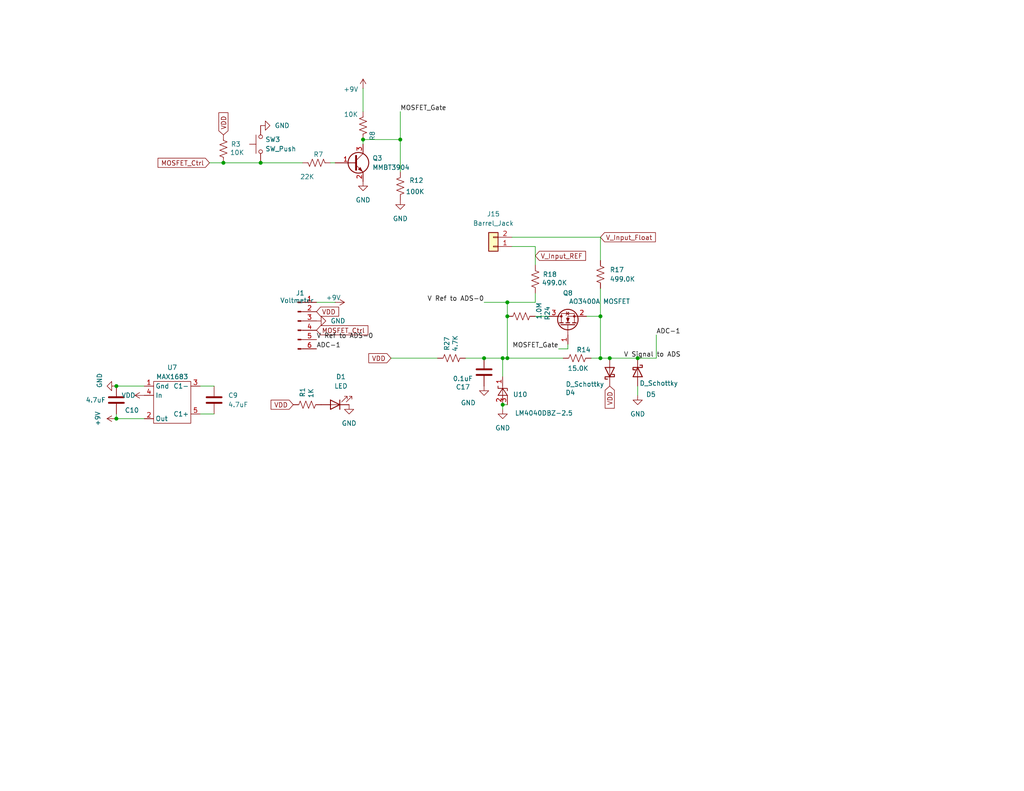
<source format=kicad_sch>
(kicad_sch (version 20250114) (generator "eeschema") (generator_version "9.0")
  (paper "USLetter")
  (title_block (title "Arduino Uno DMM Shield") (date "2025-02-22") (rev "1A") (company "Nick Mann"))
  (lib_symbols
    (symbol "Connector:Conn_01x06_Pin" (pin_names (offset 1.016) (hide yes))
      (property "Reference" "J" (at 0 7.62 0))
      (property "Value" "Conn_01x06_Pin" (at 0 -10.16 0))
      (symbol "Conn_01x06_Pin_1_1"
        (rectangle (start 0.8636 5.207) (end 0 4.953) (stroke (width 0.1524)) (fill (type outline)))
        (rectangle (start 0.8636 2.667) (end 0 2.413) (stroke (width 0.1524)) (fill (type outline)))
        (rectangle (start 0.8636 0.127) (end 0 -0.127) (stroke (width 0.1524)) (fill (type outline)))
        (rectangle (start 0.8636 -2.413) (end 0 -2.667) (stroke (width 0.1524)) (fill (type outline)))
        (rectangle (start 0.8636 -4.953) (end 0 -5.207) (stroke (width 0.1524)) (fill (type outline)))
        (rectangle (start 0.8636 -7.493) (end 0 -7.747) (stroke (width 0.1524)) (fill (type outline)))
        (polyline (pts (xy 1.27 5.08) (xy 0.8636 5.08)) (stroke (width 0.1524)))
        (polyline (pts (xy 1.27 2.54) (xy 0.8636 2.54)) (stroke (width 0.1524)))
        (polyline (pts (xy 1.27 0) (xy 0.8636 0)) (stroke (width 0.1524)))
        (polyline (pts (xy 1.27 -2.54) (xy 0.8636 -2.54)) (stroke (width 0.1524)))
        (polyline (pts (xy 1.27 -5.08) (xy 0.8636 -5.08)) (stroke (width 0.1524)))
        (polyline (pts (xy 1.27 -7.62) (xy 0.8636 -7.62)) (stroke (width 0.1524)))
        (pin passive line (at 5.08 5.08 180) (length 3.81) (name "Pin_1") (number "1"))
        (pin passive line (at 5.08 2.54 180) (length 3.81) (name "Pin_2") (number "2"))
        (pin passive line (at 5.08 0 180) (length 3.81) (name "Pin_3") (number "3"))
        (pin passive line (at 5.08 -2.54 180) (length 3.81) (name "Pin_4") (number "4"))
        (pin passive line (at 5.08 -5.08 180) (length 3.81) (name "Pin_5") (number "5"))
        (pin passive line (at 5.08 -7.62 180) (length 3.81) (name "Pin_6") (number "6"))
      )
    )
    (symbol "Connector_Generic:Conn_01x02" (pin_names (offset 1.016) (hide yes))
      (property "Reference" "J" (at 0 2.54 0))
      (property "Value" "Conn_01x02" (at 0 -5.08 0))
      (symbol "Conn_01x02_1_1"
        (rectangle (start -1.27 1.27) (end 1.27 -3.81) (stroke (width 0.254)) (fill (type background)))
        (rectangle (start -1.27 0.127) (end 0 -0.127) (stroke (width 0.1524)))
        (rectangle (start -1.27 -2.413) (end 0 -2.667) (stroke (width 0.1524)))
        (pin passive line (at -5.08 0 0) (length 3.81) (name "Pin_1") (number "1"))
        (pin passive line (at -5.08 -2.54 0) (length 3.81) (name "Pin_2") (number "2"))
      )
    )
    (symbol "Device:C" (pin_numbers (hide yes)) (pin_names (offset 0.254))
      (property "Reference" "C" (at 0.635 2.54 0))
      (property "Value" "C" (at 0.635 -2.54 0))
      (symbol "C_0_1"
        (polyline (pts (xy -2.032 0.762) (xy 2.032 0.762)) (stroke (width 0.508)))
        (polyline (pts (xy -2.032 -0.762) (xy 2.032 -0.762)) (stroke (width 0.508)))
      )
      (symbol "C_1_1"
        (pin passive line (at 0 3.81 270) (length 2.794) (name "~") (number "1"))
        (pin passive line (at 0 -3.81 90) (length 2.794) (name "~") (number "2"))
      )
    )
    (symbol "Device:D_Schottky" (pin_numbers (hide yes)) (pin_names (offset 1.016) (hide yes))
      (property "Reference" "D" (at 0 2.54 0))
      (property "Value" "D_Schottky" (at 0 -2.54 0))
      (symbol "D_Schottky_0_1"
        (polyline (pts (xy -1.905 0.635) (xy -1.905 1.27) (xy -1.27 1.27) (xy -1.27 -1.27) (xy -0.635 -1.27) (xy -0.635 -0.635)) (stroke (width 0.254)))
        (polyline (pts (xy 1.27 1.27) (xy 1.27 -1.27) (xy -1.27 0) (xy 1.27 1.27)) (stroke (width 0.254)))
        (polyline (pts (xy 1.27 0) (xy -1.27 0)))
      )
      (symbol "D_Schottky_1_1"
        (pin passive line (at -3.81 0 0) (length 2.54) (name "K") (number "1"))
        (pin passive line (at 3.81 0 180) (length 2.54) (name "A") (number "2"))
      )
    )
    (symbol "Device:LED" (pin_numbers (hide yes)) (pin_names (offset 1.016) (hide yes))
      (property "Reference" "D" (at 0 2.54 0))
      (property "Value" "LED" (at 0 -2.54 0))
      (symbol "LED_0_1"
        (polyline (pts (xy -3.048 -0.762) (xy -4.572 -2.286) (xy -3.81 -2.286) (xy -4.572 -2.286) (xy -4.572 -1.524)))
        (polyline (pts (xy -1.778 -0.762) (xy -3.302 -2.286) (xy -2.54 -2.286) (xy -3.302 -2.286) (xy -3.302 -1.524)))
        (polyline (pts (xy -1.27 0) (xy 1.27 0)))
        (polyline (pts (xy -1.27 -1.27) (xy -1.27 1.27)) (stroke (width 0.254)))
        (polyline (pts (xy 1.27 -1.27) (xy 1.27 1.27) (xy -1.27 0) (xy 1.27 -1.27)) (stroke (width 0.254)))
      )
      (symbol "LED_1_1"
        (pin passive line (at -3.81 0 0) (length 2.54) (name "K") (number "1"))
        (pin passive line (at 3.81 0 180) (length 2.54) (name "A") (number "2"))
      )
    )
    (symbol "Device:R_US" (pin_numbers (hide yes)) (pin_names (offset 0))
      (property "Reference" "R" (at 2.54 0 90))
      (property "Value" "R_US" (at -2.54 0 90))
      (symbol "R_US_0_1"
        (polyline (pts (xy 0 2.286) (xy 0 2.54)))
        (polyline (pts (xy 0 2.286) (xy 1.016 1.905) (xy 0 1.524) (xy -1.016 1.143) (xy 0 0.762)))
        (polyline (pts (xy 0 0.762) (xy 1.016 0.381) (xy 0 0) (xy -1.016 -0.381) (xy 0 -0.762)))
        (polyline (pts (xy 0 -0.762) (xy 1.016 -1.143) (xy 0 -1.524) (xy -1.016 -1.905) (xy 0 -2.286)))
        (polyline (pts (xy 0 -2.286) (xy 0 -2.54)))
      )
      (symbol "R_US_1_1"
        (pin passive line (at 0 3.81 270) (length 1.27) (name "~") (number "1"))
        (pin passive line (at 0 -3.81 90) (length 1.27) (name "~") (number "2"))
      )
    )
    (symbol "MIC4801:MAX1683"
      (property "Reference" "U" (at 0 0 0))
      (symbol "MAX1683_0_1"
        (rectangle (start 1.27 6.35) (end 11.43 -5.08))
      )
      (symbol "MAX1683_1_1"
        (pin input line (at -1.27 5.08 0) (length 2.54) (name "Gnd") (number "1"))
        (pin input line (at -1.27 2.54 0) (length 2.54) (name "In") (number "4"))
        (pin output line (at -1.27 -3.81 0) (length 2.54) (name "Out") (number "2"))
        (pin output line (at 13.97 5.08 180) (length 2.54) (name "C1-") (number "3"))
        (pin output line (at 13.97 -2.54 180) (length 2.54) (name "C1+") (number "5"))
      )
    )
    (symbol "Reference_Voltage:LM4040DBZ-2.5" (pin_names (offset 0.0254) (hide yes))
      (property "Reference" "U10" (at -1.778 7.112 90))
      (property "Value" "LM4040DBZ-2.5" (at -4.572 17.018 90))
      (symbol "LM4040DBZ-2.5_0_1"
        (polyline (pts (xy -1.27 0) (xy 0 0) (xy 1.27 0)))
        (polyline (pts (xy -1.27 -1.27) (xy 0.635 0) (xy -1.27 1.27) (xy -1.27 -1.27)) (stroke (width 0.2032)))
        (polyline (pts (xy 0 -1.27) (xy 0.635 -1.27) (xy 0.635 1.27) (xy 1.27 1.27)) (stroke (width 0.2032)))
      )
      (symbol "LM4040DBZ-2.5_1_1"
        (pin passive line (at -3.81 0 0) (length 2.54) (name "A") (number "2"))
        (pin input line (at -3.81 -1.27 0) (length 2.54) (name "nc_(gnd)") (number "3"))
        (pin passive line (at 3.81 0 180) (length 2.54) (name "K") (number "1"))
      )
    )
    (symbol "Switch:SW_Push" (pin_numbers (hide yes)) (pin_names (offset 1.016) (hide yes))
      (property "Reference" "SW" (at 1.27 2.54 0))
      (property "Value" "SW_Push" (at 0 -1.524 0))
      (symbol "SW_Push_0_1"
        (circle (center -2.032 0) (radius 0.508))
        (polyline (pts (xy 0 1.27) (xy 0 3.048)))
        (circle (center 2.032 0) (radius 0.508))
        (polyline (pts (xy 2.54 1.27) (xy -2.54 1.27)))
        (pin passive line (at -5.08 0 0) (length 2.54) (name "1") (number "1"))
        (pin passive line (at 5.08 0 180) (length 2.54) (name "2") (number "2"))
      )
    )
    (symbol "Transistor_BJT:MMBT3904" (pin_names (offset 0) (hide yes))
      (property "Reference" "Q" (at 5.08 1.905 0))
      (property "Value" "MMBT3904" (at 5.08 0 0))
      (symbol "MMBT3904_0_1"
        (polyline (pts (xy 0.635 1.905) (xy 0.635 -1.905) (xy 0.635 -1.905)) (stroke (width 0.508)))
        (polyline (pts (xy 0.635 0.635) (xy 2.54 2.54)))
        (polyline (pts (xy 0.635 -0.635) (xy 2.54 -2.54) (xy 2.54 -2.54)))
        (circle (center 1.27 0) (radius 2.8194) (stroke (width 0.254)))
        (polyline (pts (xy 1.27 -1.778) (xy 1.778 -1.27) (xy 2.286 -2.286) (xy 1.27 -1.778) (xy 1.27 -1.778)) (fill (type outline)))
      )
      (symbol "MMBT3904_1_1"
        (pin input line (at -5.08 0 0) (length 5.715) (name "B") (number "1"))
        (pin passive line (at 2.54 5.08 270) (length 2.54) (name "C") (number "3"))
        (pin passive line (at 2.54 -5.08 90) (length 2.54) (name "E") (number "2"))
      )
    )
    (symbol "Transistor_FET:DMG2302U" (pin_names (hide yes))
      (property "Reference" "Q" (at 5.08 1.905 0))
      (property "Value" "DMG2302U" (at 5.08 0 0))
      (symbol "DMG2302U_0_1"
        (polyline (pts (xy 0.254 1.905) (xy 0.254 -1.905)) (stroke (width 0.254)))
        (polyline (pts (xy 0.254 0) (xy -2.54 0)))
        (polyline (pts (xy 0.762 2.286) (xy 0.762 1.27)) (stroke (width 0.254)))
        (polyline (pts (xy 0.762 0.508) (xy 0.762 -0.508)) (stroke (width 0.254)))
        (polyline (pts (xy 0.762 -1.27) (xy 0.762 -2.286)) (stroke (width 0.254)))
        (polyline (pts (xy 0.762 -1.778) (xy 3.302 -1.778) (xy 3.302 1.778) (xy 0.762 1.778)))
        (polyline (pts (xy 1.016 0) (xy 2.032 0.381) (xy 2.032 -0.381) (xy 1.016 0)) (fill (type outline)))
        (circle (center 1.651 0) (radius 2.794) (stroke (width 0.254)))
        (polyline (pts (xy 2.54 2.54) (xy 2.54 1.778)))
        (circle (center 2.54 1.778) (radius 0.254) (fill (type outline)))
        (circle (center 2.54 -1.778) (radius 0.254) (fill (type outline)))
        (polyline (pts (xy 2.54 -2.54) (xy 2.54 0) (xy 0.762 0)))
        (polyline (pts (xy 2.794 0.508) (xy 2.921 0.381) (xy 3.683 0.381) (xy 3.81 0.254)))
        (polyline (pts (xy 3.302 0.381) (xy 2.921 -0.254) (xy 3.683 -0.254) (xy 3.302 0.381)))
      )
      (symbol "DMG2302U_1_1"
        (pin input line (at -5.08 0 0) (length 2.54) (name "G") (number "1"))
        (pin passive line (at 2.54 5.08 270) (length 2.54) (name "D") (number "3"))
        (pin passive line (at 2.54 -5.08 90) (length 2.54) (name "S") (number "2"))
      )
    )
    (symbol "power:+5V" (power) (pin_names (offset 0))
      (property "Value" "+5V" (at 0 3.556 0))
      (symbol "+5V_0_1"
        (polyline (pts (xy -0.762 1.27) (xy 0 2.54)))
        (polyline (pts (xy 0 2.54) (xy 0.762 1.27)))
        (polyline (pts (xy 0 0) (xy 0 2.54)))
      )
      (symbol "+5V_1_1"
        (pin power_in line (at 0 0 90) (length 0) (hide yes) (name "+5V") (number "1"))
      )
    )
    (symbol "power:+9V" (power) (pin_numbers (hide yes)) (pin_names (offset 0) (hide yes))
      (property "Value" "+9V" (at 0 3.556 0))
      (symbol "+9V_0_1"
        (polyline (pts (xy -0.762 1.27) (xy 0 2.54)))
        (polyline (pts (xy 0 2.54) (xy 0.762 1.27)))
        (polyline (pts (xy 0 0) (xy 0 2.54)))
      )
      (symbol "+9V_1_1"
        (pin power_in line (at 0 0 90) (length 0) (name "~") (number "1"))
      )
    )
    (symbol "power:GND" (power) (pin_names (offset 0))
      (property "Value" "GND" (at 0 -3.81 0))
      (symbol "GND_0_1"
        (polyline (pts (xy 0 0) (xy 0 -1.27) (xy 1.27 -1.27) (xy 0 -2.54) (xy -1.27 -1.27) (xy 0 -1.27)))
      )
      (symbol "GND_1_1"
        (pin power_in line (at 0 0 270) (length 0) (hide yes) (name "GND") (number "1"))
      )
    )
  )
  (junction (at 163.83 97.79))
  (junction (at 137.16 110.49))
  (junction (at 173.99 97.79))
  (junction (at 99.06 38.1))
  (junction (at 132.08 97.79))
  (junction (at 71.12 44.45))
  (junction (at 138.43 86.36))
  (junction (at 60.96 44.45))
  (junction (at 109.22 38.1))
  (junction (at 138.43 82.55))
  (junction (at 163.83 86.36))
  (junction (at 166.37 97.79))
  (junction (at 31.75 114.3))
  (junction (at 31.75 105.41))
  (junction (at 138.43 97.79))
  (junction (at 137.16 97.79))
  (wire (pts (xy 91.44 44.45) (xy 90.17 44.45)))
  (wire (pts (xy 138.43 86.36) (xy 138.43 97.79)))
  (wire (pts (xy 127 97.79) (xy 132.08 97.79)))
  (wire (pts (xy 137.16 110.49) (xy 138.43 110.49)))
  (wire (pts (xy 99.06 38.1) (xy 99.06 39.37)))
  (wire (pts (xy 31.75 105.41) (xy 39.37 105.41)))
  (wire (pts (xy 163.83 97.79) (xy 166.37 97.79)))
  (wire (pts (xy 137.16 111.76) (xy 137.16 110.49)))
  (wire (pts (xy 161.29 97.79) (xy 163.83 97.79)))
  (wire (pts (xy 132.08 97.79) (xy 137.16 97.79)))
  (wire (pts (xy 173.99 97.79) (xy 179.07 97.79)))
  (wire (pts (xy 109.22 30.48) (xy 109.22 38.1)))
  (wire (pts (xy 163.83 86.36) (xy 163.83 97.79)))
  (wire (pts (xy 132.08 82.55) (xy 138.43 82.55)))
  (wire (pts (xy 138.43 97.79) (xy 153.67 97.79)))
  (wire (pts (xy 137.16 102.87) (xy 137.16 97.79)))
  (wire (pts (xy 31.75 113.03) (xy 31.75 114.3)))
  (wire (pts (xy 138.43 82.55) (xy 138.43 86.36)))
  (wire (pts (xy 99.06 30.48) (xy 99.06 24.13)))
  (wire (pts (xy 173.99 105.41) (xy 173.99 107.95)))
  (wire (pts (xy 137.16 97.79) (xy 138.43 97.79)))
  (wire (pts (xy 139.7 64.77) (xy 163.83 64.77)))
  (wire (pts (xy 154.94 95.25) (xy 154.94 93.98)))
  (wire (pts (xy 146.05 86.36) (xy 149.86 86.36)))
  (wire (pts (xy 54.61 105.41) (xy 58.42 105.41)))
  (wire (pts (xy 31.75 114.3) (xy 39.37 114.3)))
  (wire (pts (xy 54.61 113.03) (xy 58.42 113.03)))
  (wire (pts (xy 119.38 97.79) (xy 106.68 97.79)))
  (wire (pts (xy 179.07 91.44) (xy 179.07 97.79)))
  (wire (pts (xy 57.15 44.45) (xy 60.96 44.45)))
  (wire (pts (xy 138.43 82.55) (xy 146.05 82.55)))
  (wire (pts (xy 163.83 64.77) (xy 163.83 71.12)))
  (wire (pts (xy 139.7 67.31) (xy 146.05 67.31)))
  (wire (pts (xy 160.02 86.36) (xy 163.83 86.36)))
  (wire (pts (xy 146.05 80.01) (xy 146.05 82.55)))
  (wire (pts (xy 71.12 44.45) (xy 82.55 44.45)))
  (wire (pts (xy 166.37 97.79) (xy 173.99 97.79)))
  (wire (pts (xy 146.05 67.31) (xy 146.05 72.39)))
  (wire (pts (xy 109.22 38.1) (xy 109.22 46.99)))
  (wire (pts (xy 60.96 44.45) (xy 71.12 44.45)))
  (wire (pts (xy 109.22 38.1) (xy 99.06 38.1)))
  (wire (pts (xy 163.83 78.74) (xy 163.83 86.36)))
  (wire (pts (xy 91.44 82.55) (xy 86.36 82.55)))
  (wire (pts (xy 152.4 95.25) (xy 154.94 95.25)))
  (label "V Ref to ADS-0" (at 132.08 82.55 180))
  (label "V Signal to ADS" (at 170.18 97.79 0))
  (label "ADC-1" (at 86.36 95.25 0))
  (label "MOSFET_Gate" (at 109.22 30.48 0))
  (label "ADC-1" (at 179.07 91.44 0))
  (label "V Ref to ADS-0" (at 86.36 92.71 0))
  (label "MOSFET_Gate" (at 152.4 95.25 180))
  (global_label "MOSFET_Ctrl" (shape input) (at 57.15 44.45 180) (property "Intersheetrefs" "${INTERSHEET_REFS}" (effects (hide yes))))
  (global_label "VDD" (shape input) (at 60.96 36.83 90) (property "Intersheetrefs" "${INTERSHEET_REFS}" (effects (hide yes))))
  (global_label "VDD" (shape input) (at 166.37 105.41 270) (property "Intersheetrefs" "${INTERSHEET_REFS}" (effects (hide yes))))
  (global_label "MOSFET_Ctrl" (shape input) (at 86.36 90.17 0) (property "Intersheetrefs" "${INTERSHEET_REFS}" (effects (hide yes))))
  (global_label "V_Input_Float" (shape input) (at 163.83 64.77 0) (property "Intersheetrefs" "${INTERSHEET_REFS}" (effects (hide yes))))
  (global_label "VDD" (shape input) (at 86.36 85.09 0) (property "Intersheetrefs" "${INTERSHEET_REFS}" (effects (hide yes))))
  (global_label "V_Input_REF" (shape input) (at 146.05 69.85 0) (property "Intersheetrefs" "${INTERSHEET_REFS}" (effects (hide yes))))
  (global_label "VDD" (shape input) (at 80.01 110.49 180) (property "Intersheetrefs" "${INTERSHEET_REFS}" (effects (hide yes))))
  (global_label "VDD" (shape input) (at 106.68 97.79 180) (property "Intersheetrefs" "${INTERSHEET_REFS}" (effects (hide yes))))
  (symbol (lib_id "Device:R_US") (at 86.36 44.45 90) (mirror x) (unit 1)
    (property "Reference" "R7" (at 86.868 42.164 90))
    (property "Value" "22K" (at 83.82 48.26 90))
    (property "Footprint" "Resistor_SMD:R_0805_2012Metric_Pad1.20x1.40mm_HandSolder" (effects (hide yes)))
    (property "Description" "Resistor, US symbol" (effects (hide yes)))
    (property "Function" "BJTCurrentLimit1" (effects (hide yes)))
  )
  (symbol (lib_id "Device:C") (at 31.75 109.22 0) (unit 1)
    (property "Reference" "C10" (at 34.036 112.014 0) (effects (justify left)))
    (property "Value" "4.7uF" (at 23.368 109.22 0) (effects (justify left)))
    (property "Footprint" "Capacitor_SMD:C_0805_2012Metric_Pad1.18x1.45mm_HandSolder" (effects (hide yes)))
    (property "Description" "Unpolarized capacitor" (effects (hide yes)))
    (property "Function" "Charge Pump" (effects (hide yes)))
  )
  (symbol (lib_id "Transistor_BJT:MMBT3904") (at 96.52 44.45 0) (unit 1)
    (property "Reference" "Q3" (at 101.6 43.1799 0) (effects (justify left)))
    (property "Value" "MMBT3904" (at 101.6 45.7199 0) (effects (justify left)))
    (property "Footprint" "Package_TO_SOT_SMD:SOT-23" (effects (hide yes)))
    (property "Datasheet" "https://www.onsemi.com/pdf/datasheet/pzt3904-d.pdf" (effects (hide yes)))
    (property "Description" "0.2A Ic, 40V Vce, Small Signal NPN Transistor, SOT-23" (effects (hide yes)))
    (property "ValueTemp" "MMBT3904" (effects (hide yes)))
    (property "Function" "Range Switch Control" (effects (hide yes)))
  )
  (symbol (lib_id "power:+9V") (at 31.75 114.3 90) (unit 1)
    (property "Reference" "#PWR036" (effects (hide yes)))
    (property "Value" "+9V" (at 26.67 114.3 0))
    (property "Description" "Power symbol creates a global label with name \"+9V\"" (effects (hide yes)))
  )
  (symbol (lib_id "Transistor_FET:DMG2302U") (at 154.94 88.9 90) (unit 1)
    (property "Reference" "Q8" (at 154.94 80.01 90))
    (property "Value" "AO3400A MOSFET" (at 163.576 82.296 90))
    (property "Footprint" "Package_TO_SOT_SMD:SOT-23" (effects (hide yes)))
    (property "Datasheet" "http://www.diodes.com/assets/Datasheets/DMG2302U.pdf" (effects (hide yes)))
    (property "Description" "4.2A Id, 20V Vds, N-Channel MOSFET, SOT-23" (effects (hide yes)))
    (property "Function" "R Circuit Range Switch" (effects (hide yes)))
  )
  (symbol (lib_id "Device:R_US") (at 163.83 74.93 0) (unit 1)
    (property "Reference" "R17" (at 166.37 73.6599 0) (effects (justify left)))
    (property "Value" "499.0K" (at 166.37 76.1999 0) (effects (justify left)))
    (property "Footprint" "Resistor_SMD:R_0805_2012Metric_Pad1.20x1.40mm_HandSolder" (effects (hide yes)))
    (property "Description" "Resistor, US symbol" (effects (hide yes)))
    (property "ValueTemp" "75K" (effects (hide yes)))
    (property "Function" "V Signal Divider" (effects (hide yes)))
  )
  (symbol (lib_id "Device:R_US") (at 123.19 97.79 90) (unit 1)
    (property "Reference" "R27" (at 121.92 95.758 0) (effects (justify left)))
    (property "Value" "4.7K" (at 124.206 96.012 0) (effects (justify left)))
    (property "Footprint" "Resistor_SMD:R_0805_2012Metric_Pad1.20x1.40mm_HandSolder" (effects (hide yes)))
    (property "Description" "Resistor, US symbol" (effects (hide yes)))
    (property "ValueTemp" "5K" (effects (hide yes)))
    (property "Function" "Current Limit" (effects (hide yes)))
  )
  (symbol (lib_id "power:+9V") (at 91.44 82.55 270) (unit 1)
    (property "Reference" "#PWR02" (effects (hide yes)))
    (property "Value" "+9V" (at 88.9 81.28 90) (effects (justify left)))
    (property "Description" "Power symbol creates a global label with name \"+9V\"" (effects (hide yes)))
  )
  (symbol (lib_id "Device:D_Schottky") (at 173.99 101.6 270) (unit 1)
    (property "Reference" "D5" (at 176.276 107.696 90) (effects (justify left)))
    (property "Value" "D_Schottky" (at 174.498 104.648 90) (effects (justify left)))
    (property "Footprint" "Diode_SMD:D_SOD-123" (effects (hide yes)))
    (property "Description" "Schottky diode" (effects (hide yes)))
    (property "Function" "Overvoltage Proection" (effects (hide yes)))
  )
  (symbol (lib_id "power:+5V") (at 39.37 107.95 90) (unit 1)
    (property "Reference" "#PWR039" (effects (hide yes)))
    (property "Value" "VDD" (at 35.052 107.95 90))
  )
  (symbol (lib_id "power:GND") (at 86.36 87.63 90) (unit 1)
    (property "Reference" "#PWR01" (effects (hide yes)))
    (property "Value" "GND" (at 90.17 87.6299 90) (effects (justify right)))
    (property "Description" "Power symbol creates a global label with name \"GND\" , ground" (effects (hide yes)))
  )
  (symbol (lib_id "power:GND") (at 95.25 110.49 0) (unit 1)
    (property "Reference" "#PWR04" (effects (hide yes)))
    (property "Value" "GND" (at 95.25 115.57 0))
    (property "Description" "Power symbol creates a global label with name \"GND\" , ground" (effects (hide yes)))
  )
  (symbol (lib_id "power:GND") (at 31.75 105.41 270) (unit 1)
    (property "Reference" "#PWR037" (effects (hide yes)))
    (property "Value" "GND" (at 27.178 103.886 0))
    (property "Description" "Power symbol creates a global label with name \"GND\" , ground" (effects (hide yes)))
  )
  (symbol (lib_id "MIC4801:MAX1683") (at 40.64 110.49 0) (unit 1)
    (property "Reference" "U7" (at 46.99 100.33 0))
    (property "Value" "MAX1683" (at 46.99 102.87 0))
    (property "Footprint" "Package_TO_SOT_SMD:SOT-23-5_HandSoldering" (effects (hide yes)))
    (property "Datasheet" "https://www.analog.com/media/en/technical-documentation/data-sheets/MAX1682-MAX1683.pdf" (effects (hide yes)))
    (property "Description" "IC REG CHARGE PUMP 2VIN SOT23-5" (effects (hide yes)))
    (property "Function" "Voltage Doubler" (effects (hide yes)))
  )
  (symbol (lib_id "Device:R_US") (at 99.06 34.29 0) (mirror x) (unit 1)
    (property "Reference" "R8" (at 101.6 37.084 90))
    (property "Value" "10K" (at 95.758 31.242 0))
    (property "Footprint" "Resistor_SMD:R_0805_2012Metric_Pad1.20x1.40mm_HandSolder" (effects (hide yes)))
    (property "Description" "Resistor, US symbol" (effects (hide yes)))
    (property "Function" "BJTCurrentLimit2" (effects (hide yes)))
  )
  (symbol (lib_id "Connector_Generic:Conn_01x02") (at 134.62 67.31 180) (unit 1)
    (property "Reference" "J15" (at 134.62 58.42 0))
    (property "Value" "Barrel_Jack" (at 134.62 60.96 0))
    (property "Footprint" "TerminalBlock_Phoenix:TerminalBlock_Phoenix_MKDS-3-2-5.08_1x02_P5.08mm_Horizontal" (effects (hide yes)))
    (property "Description" "Generic connector, single row, 01x02, script generated (kicad-library-utils/schlib/autogen/connector/)" (effects (hide yes)))
    (property "ValueTemp" "Barrel_Jack" (effects (hide yes)))
  )
  (symbol (lib_id "Switch:SW_Push") (at 71.12 39.37 90) (unit 1)
    (property "Reference" "SW3" (at 72.39 38.0999 90) (effects (justify right)))
    (property "Value" "SW_Push" (at 72.39 40.6399 90) (effects (justify right)))
    (property "Footprint" "Button_Switch_SMD:SW_SPST_CK_RS282G05A3" (effects (hide yes)))
    (property "Description" "Push button switch, generic, two pins" (effects (hide yes)))
    (property "ValueTemp" "SW_Push" (effects (hide yes)))
  )
  (symbol (lib_id "Device:LED") (at 91.44 110.49 180) (unit 1)
    (property "Reference" "D1" (at 93.0275 102.87 0))
    (property "Value" "LED" (at 93.0275 105.41 0))
    (property "Footprint" "LED_SMD:LED_0805_2012Metric_Pad1.15x1.40mm_HandSolder" (effects (hide yes)))
    (property "Description" "Light emitting diode" (effects (hide yes)))
    (property "Sim.Pins" "1=K 2=A" (effects (hide yes)))
  )
  (symbol (lib_id "Device:R_US") (at 109.22 50.8 0) (mirror x) (unit 1)
    (property "Reference" "R12" (at 115.57 49.276 0) (effects (justify right)))
    (property "Value" "100K" (at 115.824 52.324 0) (effects (justify right)))
    (property "Footprint" "Resistor_SMD:R_0805_2012Metric_Pad1.20x1.40mm_HandSolder" (effects (hide yes)))
    (property "Description" "Resistor, US symbol" (effects (hide yes)))
    (property "Function" "MOSFET Bleeder1" (effects (hide yes)))
  )
  (symbol (lib_id "Reference_Voltage:LM4040DBZ-2.5") (at 137.16 106.68 90) (unit 1)
    (property "Reference" "U10" (at 139.954 107.696 90) (effects (justify right)))
    (property "Value" "LM4040DBZ-2.5" (at 140.462 112.776 90) (effects (justify right)))
    (property "Footprint" "Package_TO_SOT_SMD:SOT-23" (effects (hide yes)))
    (property "Datasheet" "http://www.ti.com/lit/ds/symlink/lm4040-n.pdf" (effects (hide yes)))
    (property "Description" "2.500V Precision Micropower Shunt Voltage Reference, SOT-23" (effects (hide yes)))
    (property "Function" "V Reference Control" (effects (hide yes)))
  )
  (symbol (lib_id "Device:C") (at 58.42 109.22 0) (unit 1)
    (property "Reference" "C9" (at 62.23 107.9499 0) (effects (justify left)))
    (property "Value" "4.7uF" (at 62.23 110.4899 0) (effects (justify left)))
    (property "Footprint" "Capacitor_SMD:C_0805_2012Metric_Pad1.18x1.45mm_HandSolder" (effects (hide yes)))
    (property "Description" "Unpolarized capacitor" (effects (hide yes)))
    (property "Function" "Charge Pump" (effects (hide yes)))
  )
  (symbol (lib_id "Device:R_US") (at 157.48 97.79 90) (unit 1)
    (property "Reference" "R14" (at 159.258 95.504 90))
    (property "Value" "15.0K" (at 157.734 100.584 90))
    (property "Footprint" "Resistor_SMD:R_0805_2012Metric_Pad1.20x1.40mm_HandSolder" (effects (hide yes)))
    (property "Description" "Resistor, US symbol" (effects (hide yes)))
    (property "Function" "V Bridge" (effects (hide yes)))
  )
  (symbol (lib_id "Device:R_US") (at 60.96 40.64 0) (unit 1)
    (property "Reference" "R3" (at 62.992 39.37 0) (effects (justify left)))
    (property "Value" "10K" (at 62.738 41.656 0) (effects (justify left)))
    (property "Footprint" "Resistor_SMD:R_0805_2012Metric_Pad1.20x1.40mm_HandSolder" (effects (hide yes)))
    (property "Description" "Resistor, US symbol" (effects (hide yes)))
    (property "Function" "V Driver Pullup" (effects (hide yes)))
  )
  (symbol (lib_id "Device:D_Schottky") (at 166.37 101.6 90) (unit 1)
    (property "Reference" "D4" (at 156.972 107.188 90) (effects (justify left)))
    (property "Value" "D_Schottky" (at 164.846 104.902 90) (effects (justify left)))
    (property "Footprint" "Diode_SMD:D_SOD-123" (effects (hide yes)))
    (property "Description" "Schottky diode" (effects (hide yes)))
    (property "Function" "Overvoltage Proection" (effects (hide yes)))
  )
  (symbol (lib_id "Device:R_US") (at 142.24 86.36 270) (unit 1)
    (property "Reference" "R24" (at 149.352 83.566 0) (effects (justify left)))
    (property "Value" "1.0M" (at 147.066 82.55 0) (effects (justify left)))
    (property "Footprint" "Resistor_SMD:R_0805_2012Metric_Pad1.20x1.40mm_HandSolder" (effects (hide yes)))
    (property "Description" "Resistor, US symbol" (effects (hide yes)))
    (property "Function" "V REF Divider" (effects (hide yes)))
  )
  (symbol (lib_id "Device:C") (at 132.08 101.6 180) (unit 1)
    (property "Reference" "C17" (at 128.27 105.664 0) (effects (justify left)))
    (property "Value" "0.1uF" (at 129.032 103.378 0) (effects (justify left)))
    (property "Footprint" "Capacitor_SMD:C_0805_2012Metric_Pad1.18x1.45mm_HandSolder" (effects (hide yes)))
    (property "Description" "Unpolarized capacitor" (effects (hide yes)))
    (property "Function" "Voltage Ref Smoothing" (effects (hide yes)))
  )
  (symbol (lib_id "Device:R_US") (at 83.82 110.49 90) (unit 1)
    (property "Reference" "R1" (at 82.55 108.458 0) (effects (justify left)))
    (property "Value" "1K" (at 84.836 108.712 0) (effects (justify left)))
    (property "Footprint" "Resistor_SMD:R_0805_2012Metric_Pad1.20x1.40mm_HandSolder" (effects (hide yes)))
    (property "Description" "Resistor, US symbol" (effects (hide yes)))
    (property "Function" "V Driver Pullup" (effects (hide yes)))
  )
  (symbol (lib_id "power:GND") (at 132.08 105.41 0) (unit 1)
    (property "Reference" "#PWR061" (effects (hide yes)))
    (property "Value" "GND" (at 127.762 109.982 0))
    (property "Description" "Power symbol creates a global label with name \"GND\" , ground" (effects (hide yes)))
  )
  (symbol (lib_id "Device:R_US") (at 146.05 76.2 0) (unit 1)
    (property "Reference" "R18" (at 148.082 74.93 0) (effects (justify left)))
    (property "Value" "499.0K" (at 147.828 77.216 0) (effects (justify left)))
    (property "Footprint" "Resistor_SMD:R_0805_2012Metric_Pad1.20x1.40mm_HandSolder" (effects (hide yes)))
    (property "Description" "Resistor, US symbol" (effects (hide yes)))
    (property "Function" "V REF Divider" (effects (hide yes)))
  )
  (symbol (lib_id "power:GND") (at 71.12 34.29 90) (unit 1)
    (property "Reference" "#PWR03" (effects (hide yes)))
    (property "Value" "GND" (at 74.93 34.2899 90) (effects (justify right)))
    (property "Description" "Power symbol creates a global label with name \"GND\" , ground" (effects (hide yes)))
  )
  (symbol (lib_id "power:GND") (at 99.06 49.53 0) (mirror y) (unit 1)
    (property "Reference" "#PWR048" (effects (hide yes)))
    (property "Value" "GND" (at 99.06 54.61 0))
    (property "Description" "Power symbol creates a global label with name \"GND\" , ground" (effects (hide yes)))
  )
  (symbol (lib_id "power:GND") (at 173.99 107.95 0) (unit 1)
    (property "Reference" "#PWR062" (effects (hide yes)))
    (property "Value" "GND" (at 173.99 113.03 0))
    (property "Description" "Power symbol creates a global label with name \"GND\" , ground" (effects (hide yes)))
  )
  (symbol (lib_id "power:+9V") (at 99.06 24.13 0) (mirror y) (unit 1)
    (property "Reference" "#PWR050" (effects (hide yes)))
    (property "Value" "+9V" (at 97.79 24.384 0) (effects (justify left)))
    (property "Description" "Power symbol creates a global label with name \"+9V\"" (effects (hide yes)))
  )
  (symbol (lib_id "power:GND") (at 109.22 54.61 0) (mirror y) (unit 1)
    (property "Reference" "#PWR046" (effects (hide yes)))
    (property "Value" "GND" (at 109.22 59.69 0))
    (property "Description" "Power symbol creates a global label with name \"GND\" , ground" (effects (hide yes)))
  )
  (symbol (lib_id "Connector:Conn_01x06_Pin") (at 81.28 87.63 0) (unit 1)
    (property "Reference" "J1" (at 81.915 80.01 0))
    (property "Value" "Voltmeter" (at 81.026 82.042 0))
    (property "Footprint" "Connector_PinSocket_2.54mm:PinSocket_1x06_P2.54mm_Vertical" (effects (hide yes)))
    (property "Description" "Generic connector, single row, 01x06, script generated" (effects (hide yes)))
    (property "ValueTemp" "Out to Screen" (effects (hide yes)))
  )
  (symbol (lib_id "power:GND") (at 137.16 111.76 0) (unit 1)
    (property "Reference" "#PWR064" (effects (hide yes)))
    (property "Value" "GND" (at 137.16 116.84 0))
    (property "Description" "Power symbol creates a global label with name \"GND\" , ground" (effects (hide yes)))
  )
)
</source>
